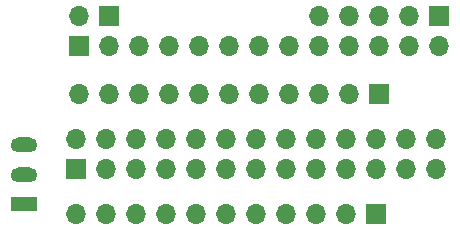
<source format=gbr>
%TF.GenerationSoftware,KiCad,Pcbnew,8.0.3*%
%TF.CreationDate,2024-12-22T12:47:46-05:00*%
%TF.ProjectId,klipper_screen_riser,6b6c6970-7065-4725-9f73-637265656e5f,rev?*%
%TF.SameCoordinates,Original*%
%TF.FileFunction,Soldermask,Bot*%
%TF.FilePolarity,Negative*%
%FSLAX46Y46*%
G04 Gerber Fmt 4.6, Leading zero omitted, Abs format (unit mm)*
G04 Created by KiCad (PCBNEW 8.0.3) date 2024-12-22 12:47:46*
%MOMM*%
%LPD*%
G01*
G04 APERTURE LIST*
%ADD10O,2.270000X1.270000*%
%ADD11R,2.270000X1.270000*%
%ADD12O,1.700000X1.700000*%
%ADD13R,1.700000X1.700000*%
G04 APERTURE END LIST*
D10*
%TO.C,SW1*%
X152740000Y-75937473D03*
X152740000Y-78437473D03*
D11*
X152740000Y-80937473D03*
%TD*%
D12*
%TO.C,J2*%
X187600000Y-75400000D03*
X187600000Y-77940000D03*
X185060000Y-75400000D03*
X185060000Y-77940000D03*
X182520000Y-75400000D03*
X182520000Y-77940000D03*
X179980000Y-75400000D03*
X179980000Y-77940000D03*
X177440000Y-75400000D03*
X177440000Y-77940000D03*
X174900000Y-75400000D03*
X174900000Y-77940000D03*
X172360000Y-75400000D03*
X172360000Y-77940000D03*
X169820000Y-75400000D03*
X169820000Y-77940000D03*
X167280000Y-75400000D03*
X167280000Y-77940000D03*
X164740000Y-75400000D03*
X164740000Y-77940000D03*
X162200000Y-75400000D03*
X162200000Y-77940000D03*
X159660000Y-75400000D03*
X159660000Y-77940000D03*
X157120000Y-75400000D03*
D13*
X157120000Y-77940000D03*
%TD*%
D12*
%TO.C,J5*%
X187814000Y-67494000D03*
X185274000Y-67494000D03*
X182734000Y-67494000D03*
X180194000Y-67494000D03*
X177654000Y-67494000D03*
X175114000Y-67494000D03*
X172574000Y-67494000D03*
X170034000Y-67494000D03*
X167494000Y-67494000D03*
X164954000Y-67494000D03*
X162414000Y-67494000D03*
X159874000Y-67494000D03*
D13*
X157334000Y-67494000D03*
%TD*%
D12*
%TO.C,J4*%
X157334000Y-64954000D03*
D13*
X159874000Y-64954000D03*
%TD*%
D12*
%TO.C,J3*%
X157120000Y-81718000D03*
X159660000Y-81718000D03*
X162200000Y-81718000D03*
X164740000Y-81718000D03*
X167280000Y-81718000D03*
X169820000Y-81718000D03*
X172360000Y-81718000D03*
X174900000Y-81718000D03*
X177440000Y-81718000D03*
X179980000Y-81718000D03*
D13*
X182520000Y-81718000D03*
%TD*%
D12*
%TO.C,J6*%
X177672000Y-64954000D03*
X180212000Y-64954000D03*
X182752000Y-64954000D03*
X185292000Y-64954000D03*
D13*
X187832000Y-64954000D03*
%TD*%
D12*
%TO.C,J1*%
X157352000Y-71558000D03*
X159892000Y-71558000D03*
X162432000Y-71558000D03*
X164972000Y-71558000D03*
X167512000Y-71558000D03*
X170052000Y-71558000D03*
X172592000Y-71558000D03*
X175132000Y-71558000D03*
X177672000Y-71558000D03*
X180212000Y-71558000D03*
D13*
X182752000Y-71558000D03*
%TD*%
M02*

</source>
